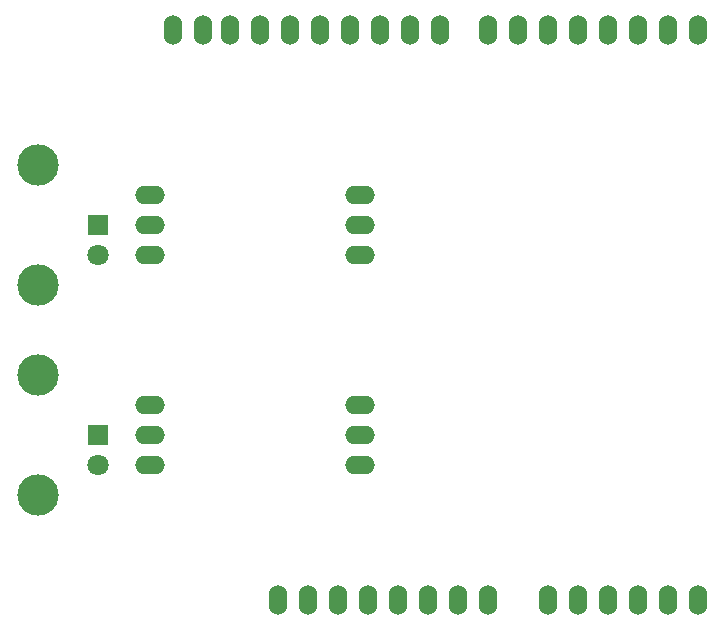
<source format=gbs>
G04 (created by PCBNEW (2013-07-07 BZR 4022)-stable) date 15/12/2015 05:16:37*
%MOIN*%
G04 Gerber Fmt 3.4, Leading zero omitted, Abs format*
%FSLAX34Y34*%
G01*
G70*
G90*
G04 APERTURE LIST*
%ADD10C,0.00590551*%
%ADD11C,0.137795*%
%ADD12R,0.0708661X0.0708661*%
%ADD13C,0.0708661*%
%ADD14O,0.06X0.1*%
%ADD15O,0.1X0.0607087*%
%ADD16O,0.1X0.06*%
G04 APERTURE END LIST*
G54D10*
G54D11*
X46500Y-44000D03*
X46500Y-40000D03*
G54D12*
X48500Y-42000D03*
G54D13*
X48500Y-43000D03*
G54D11*
X46500Y-37000D03*
X46500Y-33000D03*
G54D12*
X48500Y-35000D03*
G54D13*
X48500Y-36000D03*
G54D14*
X68500Y-47500D03*
X67500Y-47500D03*
X66500Y-47500D03*
X63500Y-47500D03*
X64500Y-47500D03*
X65500Y-47500D03*
X61500Y-47500D03*
X60500Y-47500D03*
X59500Y-47500D03*
X57500Y-47500D03*
X56500Y-47500D03*
X68500Y-28500D03*
X67500Y-28500D03*
X66500Y-28500D03*
X65500Y-28500D03*
X64500Y-28500D03*
X63500Y-28500D03*
X62500Y-28500D03*
X61500Y-28500D03*
X59900Y-28500D03*
X58900Y-28500D03*
X57900Y-28500D03*
X56900Y-28500D03*
X55900Y-28500D03*
X54900Y-28500D03*
X53900Y-28500D03*
X52900Y-28500D03*
X58500Y-47500D03*
X55500Y-47500D03*
X54500Y-47500D03*
X52000Y-28500D03*
X51000Y-28500D03*
G54D15*
X57250Y-34000D03*
G54D16*
X57250Y-35000D03*
X57250Y-36000D03*
X50250Y-34000D03*
X50250Y-35000D03*
X50250Y-36000D03*
G54D15*
X57250Y-41000D03*
G54D16*
X57250Y-42000D03*
X57250Y-43000D03*
X50250Y-41000D03*
X50250Y-42000D03*
X50250Y-43000D03*
M02*

</source>
